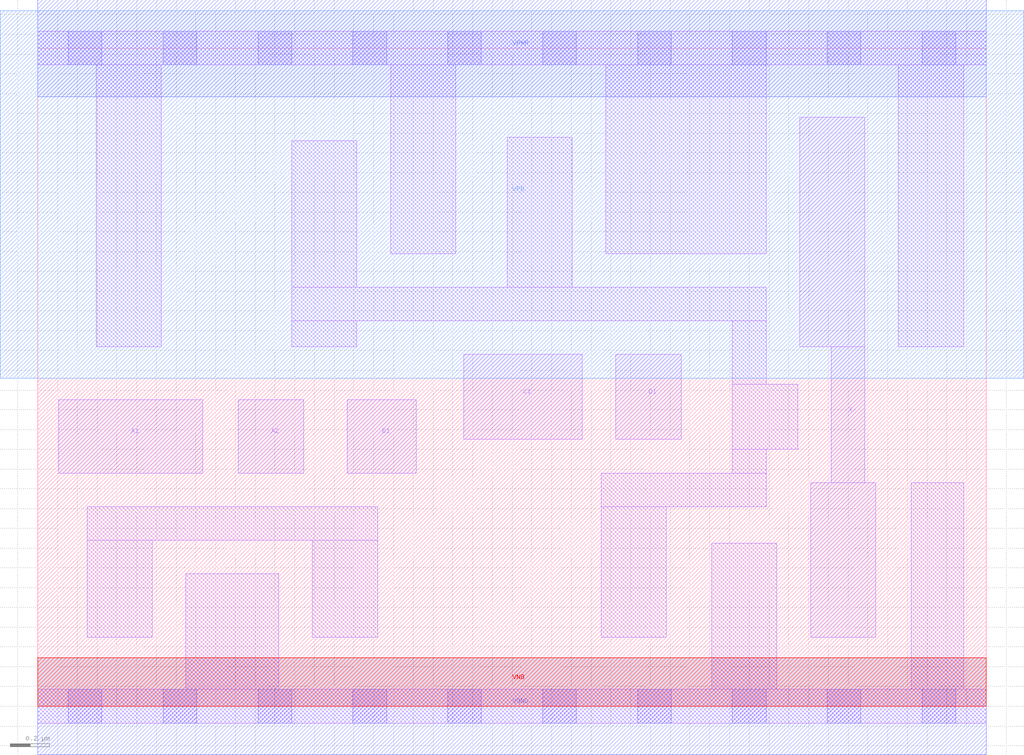
<source format=lef>
# Copyright 2020 The SkyWater PDK Authors
#
# Licensed under the Apache License, Version 2.0 (the "License");
# you may not use this file except in compliance with the License.
# You may obtain a copy of the License at
#
#     https://www.apache.org/licenses/LICENSE-2.0
#
# Unless required by applicable law or agreed to in writing, software
# distributed under the License is distributed on an "AS IS" BASIS,
# WITHOUT WARRANTIES OR CONDITIONS OF ANY KIND, either express or implied.
# See the License for the specific language governing permissions and
# limitations under the License.
#
# SPDX-License-Identifier: Apache-2.0

VERSION 5.7 ;
  NOWIREEXTENSIONATPIN ON ;
  DIVIDERCHAR "/" ;
  BUSBITCHARS "[]" ;
MACRO sky130_fd_sc_ls__o2111a_2
  CLASS CORE ;
  FOREIGN sky130_fd_sc_ls__o2111a_2 ;
  ORIGIN  0.000000  0.000000 ;
  SIZE  4.800000 BY  3.330000 ;
  SYMMETRY X Y ;
  SITE unit ;
  PIN A1
    ANTENNAGATEAREA  0.261000 ;
    DIRECTION INPUT ;
    USE SIGNAL ;
    PORT
      LAYER li1 ;
        RECT 0.105000 1.180000 0.835000 1.550000 ;
    END
  END A1
  PIN A2
    ANTENNAGATEAREA  0.261000 ;
    DIRECTION INPUT ;
    USE SIGNAL ;
    PORT
      LAYER li1 ;
        RECT 1.015000 1.180000 1.345000 1.550000 ;
    END
  END A2
  PIN B1
    ANTENNAGATEAREA  0.261000 ;
    DIRECTION INPUT ;
    USE SIGNAL ;
    PORT
      LAYER li1 ;
        RECT 1.565000 1.180000 1.915000 1.550000 ;
    END
  END B1
  PIN C1
    ANTENNAGATEAREA  0.261000 ;
    DIRECTION INPUT ;
    USE SIGNAL ;
    PORT
      LAYER li1 ;
        RECT 2.155000 1.350000 2.755000 1.780000 ;
    END
  END C1
  PIN D1
    ANTENNAGATEAREA  0.261000 ;
    DIRECTION INPUT ;
    USE SIGNAL ;
    PORT
      LAYER li1 ;
        RECT 2.925000 1.350000 3.255000 1.780000 ;
    END
  END D1
  PIN X
    ANTENNADIFFAREA  0.543200 ;
    DIRECTION OUTPUT ;
    USE SIGNAL ;
    PORT
      LAYER li1 ;
        RECT 3.855000 1.820000 4.185000 2.980000 ;
        RECT 3.910000 0.350000 4.240000 1.130000 ;
        RECT 4.015000 1.130000 4.185000 1.820000 ;
    END
  END X
  PIN VGND
    DIRECTION INOUT ;
    SHAPE ABUTMENT ;
    USE GROUND ;
    PORT
      LAYER met1 ;
        RECT 0.000000 -0.245000 4.800000 0.245000 ;
    END
  END VGND
  PIN VNB
    DIRECTION INOUT ;
    USE GROUND ;
    PORT
      LAYER pwell ;
        RECT 0.000000 0.000000 4.800000 0.245000 ;
    END
  END VNB
  PIN VPB
    DIRECTION INOUT ;
    USE POWER ;
    PORT
      LAYER nwell ;
        RECT -0.190000 1.660000 4.990000 3.520000 ;
    END
  END VPB
  PIN VPWR
    DIRECTION INOUT ;
    SHAPE ABUTMENT ;
    USE POWER ;
    PORT
      LAYER met1 ;
        RECT 0.000000 3.085000 4.800000 3.575000 ;
    END
  END VPWR
  OBS
    LAYER li1 ;
      RECT 0.000000 -0.085000 4.800000 0.085000 ;
      RECT 0.000000  3.245000 4.800000 3.415000 ;
      RECT 0.250000  0.350000 0.580000 0.840000 ;
      RECT 0.250000  0.840000 1.720000 1.010000 ;
      RECT 0.295000  1.820000 0.625000 3.245000 ;
      RECT 0.750000  0.085000 1.220000 0.670000 ;
      RECT 1.285000  1.820000 1.615000 1.950000 ;
      RECT 1.285000  1.950000 3.685000 2.120000 ;
      RECT 1.285000  2.120000 1.615000 2.860000 ;
      RECT 1.390000  0.350000 1.720000 0.840000 ;
      RECT 1.785000  2.290000 2.115000 3.245000 ;
      RECT 2.375000  2.120000 2.705000 2.880000 ;
      RECT 2.850000  0.350000 3.180000 1.010000 ;
      RECT 2.850000  1.010000 3.685000 1.180000 ;
      RECT 2.875000  2.290000 3.685000 3.245000 ;
      RECT 3.410000  0.085000 3.740000 0.825000 ;
      RECT 3.515000  1.180000 3.685000 1.300000 ;
      RECT 3.515000  1.300000 3.845000 1.630000 ;
      RECT 3.515000  1.630000 3.685000 1.950000 ;
      RECT 4.355000  1.820000 4.685000 3.245000 ;
      RECT 4.420000  0.085000 4.685000 1.130000 ;
    LAYER mcon ;
      RECT 0.155000 -0.085000 0.325000 0.085000 ;
      RECT 0.155000  3.245000 0.325000 3.415000 ;
      RECT 0.635000 -0.085000 0.805000 0.085000 ;
      RECT 0.635000  3.245000 0.805000 3.415000 ;
      RECT 1.115000 -0.085000 1.285000 0.085000 ;
      RECT 1.115000  3.245000 1.285000 3.415000 ;
      RECT 1.595000 -0.085000 1.765000 0.085000 ;
      RECT 1.595000  3.245000 1.765000 3.415000 ;
      RECT 2.075000 -0.085000 2.245000 0.085000 ;
      RECT 2.075000  3.245000 2.245000 3.415000 ;
      RECT 2.555000 -0.085000 2.725000 0.085000 ;
      RECT 2.555000  3.245000 2.725000 3.415000 ;
      RECT 3.035000 -0.085000 3.205000 0.085000 ;
      RECT 3.035000  3.245000 3.205000 3.415000 ;
      RECT 3.515000 -0.085000 3.685000 0.085000 ;
      RECT 3.515000  3.245000 3.685000 3.415000 ;
      RECT 3.995000 -0.085000 4.165000 0.085000 ;
      RECT 3.995000  3.245000 4.165000 3.415000 ;
      RECT 4.475000 -0.085000 4.645000 0.085000 ;
      RECT 4.475000  3.245000 4.645000 3.415000 ;
  END
END sky130_fd_sc_ls__o2111a_2
END LIBRARY

</source>
